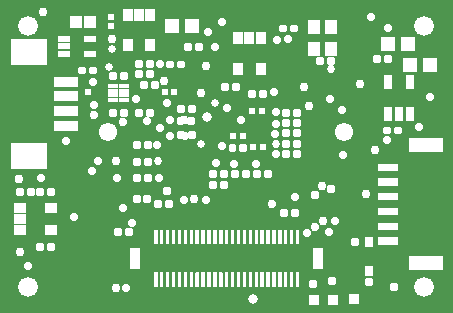
<source format=gbr>
G04 EAGLE Gerber RS-274X export*
G75*
%MOMM*%
%FSLAX34Y34*%
%LPD*%
%INSoldermask Top*%
%IPNEG*%
%AMOC8*
5,1,8,0,0,1.08239X$1,22.5*%
G01*
%ADD10C,0.777500*%
%ADD11C,0.803212*%
%ADD12C,0.782463*%
%ADD13C,0.773763*%
%ADD14C,0.784525*%
%ADD15C,0.755194*%
%ADD16C,0.779163*%
%ADD17C,0.764113*%
%ADD18C,0.772506*%
%ADD19C,0.736600*%
%ADD20C,0.747031*%
%ADD21C,0.747463*%
%ADD22C,0.731325*%
%ADD23C,0.738344*%
%ADD24C,0.715269*%
%ADD25C,0.718419*%
%ADD26C,0.713006*%
%ADD27C,0.740525*%
%ADD28C,0.757750*%
%ADD29C,0.762000*%
%ADD30C,0.768738*%
%ADD31C,0.777088*%
%ADD32C,0.739656*%
%ADD33C,0.697456*%
%ADD34C,0.802013*%
%ADD35C,0.727344*%
%ADD36C,0.711650*%
%ADD37C,0.690019*%
%ADD38C,0.765800*%
%ADD39C,0.762419*%
%ADD40C,0.686269*%
%ADD41C,0.737038*%
%ADD42C,0.743569*%
%ADD43C,0.752200*%
%ADD44C,0.733088*%
%ADD45C,0.702525*%
%ADD46C,0.677756*%
%ADD47C,0.718869*%
%ADD48C,0.642569*%
%ADD49C,0.618525*%
%ADD50C,0.651050*%
%ADD51C,0.722894*%
%ADD52C,0.717069*%
%ADD53R,1.002400X1.052400*%
%ADD54C,0.404487*%
%ADD55R,2.852400X1.152400*%
%ADD56R,2.152400X0.952400*%
%ADD57R,3.152400X2.252400*%
%ADD58C,1.676400*%
%ADD59R,1.102400X1.202400*%
%ADD60R,1.252400X1.152400*%
%ADD61C,1.552400*%
%ADD62R,0.852400X0.352400*%
%ADD63R,1.052400X0.552400*%
%ADD64R,0.752400X1.202400*%
%ADD65R,0.842400X1.142400*%
%ADD66R,0.752400X0.952400*%
%ADD67R,1.142400X0.842400*%
%ADD68R,0.502400X0.552400*%
%ADD69R,0.552400X0.502400*%
%ADD70R,0.952400X0.952400*%

G36*
X-72845Y-115930D02*
X-72845Y-115930D01*
X-72850Y-115922D01*
X-72843Y-115916D01*
X-72843Y-97916D01*
X-72879Y-97869D01*
X-72886Y-97875D01*
X-72892Y-97867D01*
X-80992Y-97867D01*
X-81039Y-97903D01*
X-81034Y-97910D01*
X-81041Y-97916D01*
X-81041Y-115916D01*
X-81005Y-115964D01*
X-80998Y-115958D01*
X-80992Y-115965D01*
X-72892Y-115965D01*
X-72845Y-115930D01*
G37*
G36*
X82055Y-115930D02*
X82055Y-115930D01*
X82050Y-115922D01*
X82057Y-115916D01*
X82057Y-97916D01*
X82021Y-97869D01*
X82014Y-97875D01*
X82008Y-97867D01*
X74008Y-97867D01*
X73961Y-97903D01*
X73966Y-97910D01*
X73959Y-97916D01*
X73959Y-115916D01*
X73995Y-115964D01*
X74002Y-115958D01*
X74008Y-115965D01*
X82008Y-115965D01*
X82055Y-115930D01*
G37*
G36*
X145511Y-32757D02*
X145511Y-32757D01*
X145506Y-32750D01*
X145513Y-32744D01*
X145513Y-26744D01*
X145477Y-26697D01*
X145470Y-26702D01*
X145464Y-26695D01*
X128364Y-26695D01*
X128317Y-26731D01*
X128322Y-26738D01*
X128315Y-26744D01*
X128315Y-32744D01*
X128351Y-32791D01*
X128358Y-32786D01*
X128364Y-32793D01*
X145464Y-32793D01*
X145511Y-32757D01*
G37*
G36*
X145511Y-45257D02*
X145511Y-45257D01*
X145506Y-45250D01*
X145513Y-45244D01*
X145513Y-39244D01*
X145477Y-39197D01*
X145470Y-39202D01*
X145464Y-39195D01*
X128364Y-39195D01*
X128317Y-39231D01*
X128322Y-39238D01*
X128315Y-39244D01*
X128315Y-45244D01*
X128351Y-45291D01*
X128358Y-45286D01*
X128364Y-45293D01*
X145464Y-45293D01*
X145511Y-45257D01*
G37*
G36*
X145611Y-57757D02*
X145611Y-57757D01*
X145606Y-57750D01*
X145613Y-57744D01*
X145613Y-51744D01*
X145577Y-51697D01*
X145570Y-51702D01*
X145564Y-51695D01*
X128464Y-51695D01*
X128417Y-51731D01*
X128422Y-51738D01*
X128415Y-51744D01*
X128415Y-57744D01*
X128451Y-57791D01*
X128458Y-57786D01*
X128464Y-57793D01*
X145564Y-57793D01*
X145611Y-57757D01*
G37*
G36*
X145611Y-70257D02*
X145611Y-70257D01*
X145606Y-70250D01*
X145613Y-70244D01*
X145613Y-64244D01*
X145577Y-64197D01*
X145570Y-64202D01*
X145564Y-64195D01*
X128464Y-64195D01*
X128417Y-64231D01*
X128422Y-64238D01*
X128415Y-64244D01*
X128415Y-70244D01*
X128451Y-70291D01*
X128458Y-70286D01*
X128464Y-70293D01*
X145564Y-70293D01*
X145611Y-70257D01*
G37*
G36*
X145611Y-82757D02*
X145611Y-82757D01*
X145606Y-82750D01*
X145613Y-82744D01*
X145613Y-76744D01*
X145577Y-76697D01*
X145570Y-76702D01*
X145564Y-76695D01*
X128464Y-76695D01*
X128417Y-76731D01*
X128422Y-76738D01*
X128415Y-76744D01*
X128415Y-82744D01*
X128451Y-82791D01*
X128458Y-82786D01*
X128464Y-82793D01*
X145564Y-82793D01*
X145611Y-82757D01*
G37*
G36*
X145611Y-95257D02*
X145611Y-95257D01*
X145606Y-95250D01*
X145613Y-95244D01*
X145613Y-89244D01*
X145577Y-89197D01*
X145570Y-89202D01*
X145564Y-89195D01*
X128464Y-89195D01*
X128417Y-89231D01*
X128422Y-89238D01*
X128415Y-89244D01*
X128415Y-95244D01*
X128451Y-95291D01*
X128458Y-95286D01*
X128464Y-95293D01*
X145564Y-95293D01*
X145611Y-95257D01*
G37*
G36*
X-13045Y-95030D02*
X-13045Y-95030D01*
X-13050Y-95022D01*
X-13043Y-95016D01*
X-13043Y-83016D01*
X-13079Y-82969D01*
X-13086Y-82975D01*
X-13092Y-82967D01*
X-15892Y-82967D01*
X-15939Y-83003D01*
X-15934Y-83010D01*
X-15941Y-83016D01*
X-15941Y-95016D01*
X-15905Y-95064D01*
X-15898Y-95058D01*
X-15892Y-95065D01*
X-13092Y-95065D01*
X-13045Y-95030D01*
G37*
G36*
X46955Y-95030D02*
X46955Y-95030D01*
X46950Y-95022D01*
X46957Y-95016D01*
X46957Y-83016D01*
X46921Y-82969D01*
X46914Y-82975D01*
X46908Y-82967D01*
X44108Y-82967D01*
X44061Y-83003D01*
X44066Y-83010D01*
X44059Y-83016D01*
X44059Y-95016D01*
X44095Y-95064D01*
X44102Y-95058D01*
X44108Y-95065D01*
X46908Y-95065D01*
X46955Y-95030D01*
G37*
G36*
X-3045Y-95030D02*
X-3045Y-95030D01*
X-3050Y-95022D01*
X-3043Y-95016D01*
X-3043Y-83016D01*
X-3079Y-82969D01*
X-3086Y-82975D01*
X-3092Y-82967D01*
X-5892Y-82967D01*
X-5939Y-83003D01*
X-5934Y-83010D01*
X-5941Y-83016D01*
X-5941Y-95016D01*
X-5905Y-95064D01*
X-5898Y-95058D01*
X-5892Y-95065D01*
X-3092Y-95065D01*
X-3045Y-95030D01*
G37*
G36*
X1955Y-95030D02*
X1955Y-95030D01*
X1950Y-95022D01*
X1957Y-95016D01*
X1957Y-83016D01*
X1921Y-82969D01*
X1914Y-82975D01*
X1908Y-82967D01*
X-892Y-82967D01*
X-939Y-83003D01*
X-934Y-83010D01*
X-941Y-83016D01*
X-941Y-95016D01*
X-905Y-95064D01*
X-898Y-95058D01*
X-892Y-95065D01*
X1908Y-95065D01*
X1955Y-95030D01*
G37*
G36*
X-23045Y-95030D02*
X-23045Y-95030D01*
X-23050Y-95022D01*
X-23043Y-95016D01*
X-23043Y-83016D01*
X-23079Y-82969D01*
X-23086Y-82975D01*
X-23092Y-82967D01*
X-25892Y-82967D01*
X-25939Y-83003D01*
X-25934Y-83010D01*
X-25941Y-83016D01*
X-25941Y-95016D01*
X-25905Y-95064D01*
X-25898Y-95058D01*
X-25892Y-95065D01*
X-23092Y-95065D01*
X-23045Y-95030D01*
G37*
G36*
X21955Y-95030D02*
X21955Y-95030D01*
X21950Y-95022D01*
X21957Y-95016D01*
X21957Y-83016D01*
X21921Y-82969D01*
X21914Y-82975D01*
X21908Y-82967D01*
X19108Y-82967D01*
X19061Y-83003D01*
X19066Y-83010D01*
X19059Y-83016D01*
X19059Y-95016D01*
X19095Y-95064D01*
X19102Y-95058D01*
X19108Y-95065D01*
X21908Y-95065D01*
X21955Y-95030D01*
G37*
G36*
X-58045Y-95030D02*
X-58045Y-95030D01*
X-58050Y-95022D01*
X-58043Y-95016D01*
X-58043Y-83016D01*
X-58079Y-82969D01*
X-58086Y-82975D01*
X-58092Y-82967D01*
X-60892Y-82967D01*
X-60939Y-83003D01*
X-60934Y-83010D01*
X-60941Y-83016D01*
X-60941Y-95016D01*
X-60905Y-95064D01*
X-60898Y-95058D01*
X-60892Y-95065D01*
X-58092Y-95065D01*
X-58045Y-95030D01*
G37*
G36*
X-33045Y-95030D02*
X-33045Y-95030D01*
X-33050Y-95022D01*
X-33043Y-95016D01*
X-33043Y-83016D01*
X-33079Y-82969D01*
X-33086Y-82975D01*
X-33092Y-82967D01*
X-35892Y-82967D01*
X-35939Y-83003D01*
X-35934Y-83010D01*
X-35941Y-83016D01*
X-35941Y-95016D01*
X-35905Y-95064D01*
X-35898Y-95058D01*
X-35892Y-95065D01*
X-33092Y-95065D01*
X-33045Y-95030D01*
G37*
G36*
X56955Y-95030D02*
X56955Y-95030D01*
X56950Y-95022D01*
X56957Y-95016D01*
X56957Y-83016D01*
X56921Y-82969D01*
X56914Y-82975D01*
X56908Y-82967D01*
X54108Y-82967D01*
X54061Y-83003D01*
X54066Y-83010D01*
X54059Y-83016D01*
X54059Y-95016D01*
X54095Y-95064D01*
X54102Y-95058D01*
X54108Y-95065D01*
X56908Y-95065D01*
X56955Y-95030D01*
G37*
G36*
X51955Y-95030D02*
X51955Y-95030D01*
X51950Y-95022D01*
X51957Y-95016D01*
X51957Y-83016D01*
X51921Y-82969D01*
X51914Y-82975D01*
X51908Y-82967D01*
X49108Y-82967D01*
X49061Y-83003D01*
X49066Y-83010D01*
X49059Y-83016D01*
X49059Y-95016D01*
X49095Y-95064D01*
X49102Y-95058D01*
X49108Y-95065D01*
X51908Y-95065D01*
X51955Y-95030D01*
G37*
G36*
X6955Y-95030D02*
X6955Y-95030D01*
X6950Y-95022D01*
X6957Y-95016D01*
X6957Y-83016D01*
X6921Y-82969D01*
X6914Y-82975D01*
X6908Y-82967D01*
X4108Y-82967D01*
X4061Y-83003D01*
X4066Y-83010D01*
X4059Y-83016D01*
X4059Y-95016D01*
X4095Y-95064D01*
X4102Y-95058D01*
X4108Y-95065D01*
X6908Y-95065D01*
X6955Y-95030D01*
G37*
G36*
X-53045Y-95030D02*
X-53045Y-95030D01*
X-53050Y-95022D01*
X-53043Y-95016D01*
X-53043Y-83016D01*
X-53079Y-82969D01*
X-53086Y-82975D01*
X-53092Y-82967D01*
X-55892Y-82967D01*
X-55939Y-83003D01*
X-55934Y-83010D01*
X-55941Y-83016D01*
X-55941Y-95016D01*
X-55905Y-95064D01*
X-55898Y-95058D01*
X-55892Y-95065D01*
X-53092Y-95065D01*
X-53045Y-95030D01*
G37*
G36*
X-48045Y-95030D02*
X-48045Y-95030D01*
X-48050Y-95022D01*
X-48043Y-95016D01*
X-48043Y-83016D01*
X-48079Y-82969D01*
X-48086Y-82975D01*
X-48092Y-82967D01*
X-50892Y-82967D01*
X-50939Y-83003D01*
X-50934Y-83010D01*
X-50941Y-83016D01*
X-50941Y-95016D01*
X-50905Y-95064D01*
X-50898Y-95058D01*
X-50892Y-95065D01*
X-48092Y-95065D01*
X-48045Y-95030D01*
G37*
G36*
X-28045Y-95030D02*
X-28045Y-95030D01*
X-28050Y-95022D01*
X-28043Y-95016D01*
X-28043Y-83016D01*
X-28079Y-82969D01*
X-28086Y-82975D01*
X-28092Y-82967D01*
X-30892Y-82967D01*
X-30939Y-83003D01*
X-30934Y-83010D01*
X-30941Y-83016D01*
X-30941Y-95016D01*
X-30905Y-95064D01*
X-30898Y-95058D01*
X-30892Y-95065D01*
X-28092Y-95065D01*
X-28045Y-95030D01*
G37*
G36*
X31955Y-95030D02*
X31955Y-95030D01*
X31950Y-95022D01*
X31957Y-95016D01*
X31957Y-83016D01*
X31921Y-82969D01*
X31914Y-82975D01*
X31908Y-82967D01*
X29108Y-82967D01*
X29061Y-83003D01*
X29066Y-83010D01*
X29059Y-83016D01*
X29059Y-95016D01*
X29095Y-95064D01*
X29102Y-95058D01*
X29108Y-95065D01*
X31908Y-95065D01*
X31955Y-95030D01*
G37*
G36*
X-38045Y-95030D02*
X-38045Y-95030D01*
X-38050Y-95022D01*
X-38043Y-95016D01*
X-38043Y-83016D01*
X-38079Y-82969D01*
X-38086Y-82975D01*
X-38092Y-82967D01*
X-40892Y-82967D01*
X-40939Y-83003D01*
X-40934Y-83010D01*
X-40941Y-83016D01*
X-40941Y-95016D01*
X-40905Y-95064D01*
X-40898Y-95058D01*
X-40892Y-95065D01*
X-38092Y-95065D01*
X-38045Y-95030D01*
G37*
G36*
X-8045Y-95030D02*
X-8045Y-95030D01*
X-8050Y-95022D01*
X-8043Y-95016D01*
X-8043Y-83016D01*
X-8079Y-82969D01*
X-8086Y-82975D01*
X-8092Y-82967D01*
X-10892Y-82967D01*
X-10939Y-83003D01*
X-10934Y-83010D01*
X-10941Y-83016D01*
X-10941Y-95016D01*
X-10905Y-95064D01*
X-10898Y-95058D01*
X-10892Y-95065D01*
X-8092Y-95065D01*
X-8045Y-95030D01*
G37*
G36*
X11955Y-95030D02*
X11955Y-95030D01*
X11950Y-95022D01*
X11957Y-95016D01*
X11957Y-83016D01*
X11921Y-82969D01*
X11914Y-82975D01*
X11908Y-82967D01*
X9108Y-82967D01*
X9061Y-83003D01*
X9066Y-83010D01*
X9059Y-83016D01*
X9059Y-95016D01*
X9095Y-95064D01*
X9102Y-95058D01*
X9108Y-95065D01*
X11908Y-95065D01*
X11955Y-95030D01*
G37*
G36*
X26955Y-95030D02*
X26955Y-95030D01*
X26950Y-95022D01*
X26957Y-95016D01*
X26957Y-83016D01*
X26921Y-82969D01*
X26914Y-82975D01*
X26908Y-82967D01*
X24108Y-82967D01*
X24061Y-83003D01*
X24066Y-83010D01*
X24059Y-83016D01*
X24059Y-95016D01*
X24095Y-95064D01*
X24102Y-95058D01*
X24108Y-95065D01*
X26908Y-95065D01*
X26955Y-95030D01*
G37*
G36*
X-43045Y-95030D02*
X-43045Y-95030D01*
X-43050Y-95022D01*
X-43043Y-95016D01*
X-43043Y-83016D01*
X-43079Y-82969D01*
X-43086Y-82975D01*
X-43092Y-82967D01*
X-45892Y-82967D01*
X-45939Y-83003D01*
X-45934Y-83010D01*
X-45941Y-83016D01*
X-45941Y-95016D01*
X-45905Y-95064D01*
X-45898Y-95058D01*
X-45892Y-95065D01*
X-43092Y-95065D01*
X-43045Y-95030D01*
G37*
G36*
X-18045Y-95030D02*
X-18045Y-95030D01*
X-18050Y-95022D01*
X-18043Y-95016D01*
X-18043Y-83016D01*
X-18079Y-82969D01*
X-18086Y-82975D01*
X-18092Y-82967D01*
X-20892Y-82967D01*
X-20939Y-83003D01*
X-20934Y-83010D01*
X-20941Y-83016D01*
X-20941Y-95016D01*
X-20905Y-95064D01*
X-20898Y-95058D01*
X-20892Y-95065D01*
X-18092Y-95065D01*
X-18045Y-95030D01*
G37*
G36*
X41955Y-95030D02*
X41955Y-95030D01*
X41950Y-95022D01*
X41957Y-95016D01*
X41957Y-83016D01*
X41921Y-82969D01*
X41914Y-82975D01*
X41908Y-82967D01*
X39108Y-82967D01*
X39061Y-83003D01*
X39066Y-83010D01*
X39059Y-83016D01*
X39059Y-95016D01*
X39095Y-95064D01*
X39102Y-95058D01*
X39108Y-95065D01*
X41908Y-95065D01*
X41955Y-95030D01*
G37*
G36*
X61955Y-94930D02*
X61955Y-94930D01*
X61950Y-94922D01*
X61957Y-94916D01*
X61957Y-82916D01*
X61921Y-82869D01*
X61914Y-82875D01*
X61908Y-82867D01*
X59108Y-82867D01*
X59061Y-82903D01*
X59066Y-82910D01*
X59059Y-82916D01*
X59059Y-94916D01*
X59095Y-94964D01*
X59102Y-94958D01*
X59108Y-94965D01*
X61908Y-94965D01*
X61955Y-94930D01*
G37*
G36*
X16955Y-95030D02*
X16955Y-95030D01*
X16950Y-95022D01*
X16957Y-95016D01*
X16957Y-83016D01*
X16921Y-82969D01*
X16914Y-82975D01*
X16908Y-82967D01*
X14108Y-82967D01*
X14061Y-83003D01*
X14066Y-83010D01*
X14059Y-83016D01*
X14059Y-95016D01*
X14095Y-95064D01*
X14102Y-95058D01*
X14108Y-95065D01*
X16908Y-95065D01*
X16955Y-95030D01*
G37*
G36*
X36955Y-95030D02*
X36955Y-95030D01*
X36950Y-95022D01*
X36957Y-95016D01*
X36957Y-83016D01*
X36921Y-82969D01*
X36914Y-82975D01*
X36908Y-82967D01*
X34108Y-82967D01*
X34061Y-83003D01*
X34066Y-83010D01*
X34059Y-83016D01*
X34059Y-95016D01*
X34095Y-95064D01*
X34102Y-95058D01*
X34108Y-95065D01*
X36908Y-95065D01*
X36955Y-95030D01*
G37*
G36*
X-43045Y-130930D02*
X-43045Y-130930D01*
X-43050Y-130922D01*
X-43043Y-130916D01*
X-43043Y-118916D01*
X-43079Y-118869D01*
X-43086Y-118875D01*
X-43092Y-118867D01*
X-45892Y-118867D01*
X-45939Y-118903D01*
X-45934Y-118910D01*
X-45941Y-118916D01*
X-45941Y-130916D01*
X-45905Y-130964D01*
X-45898Y-130958D01*
X-45892Y-130965D01*
X-43092Y-130965D01*
X-43045Y-130930D01*
G37*
G36*
X-8045Y-130930D02*
X-8045Y-130930D01*
X-8050Y-130922D01*
X-8043Y-130916D01*
X-8043Y-118916D01*
X-8079Y-118869D01*
X-8086Y-118875D01*
X-8092Y-118867D01*
X-10892Y-118867D01*
X-10939Y-118903D01*
X-10934Y-118910D01*
X-10941Y-118916D01*
X-10941Y-130916D01*
X-10905Y-130964D01*
X-10898Y-130958D01*
X-10892Y-130965D01*
X-8092Y-130965D01*
X-8045Y-130930D01*
G37*
G36*
X46955Y-130930D02*
X46955Y-130930D01*
X46950Y-130922D01*
X46957Y-130916D01*
X46957Y-118916D01*
X46921Y-118869D01*
X46914Y-118875D01*
X46908Y-118867D01*
X44108Y-118867D01*
X44061Y-118903D01*
X44066Y-118910D01*
X44059Y-118916D01*
X44059Y-130916D01*
X44095Y-130964D01*
X44102Y-130958D01*
X44108Y-130965D01*
X46908Y-130965D01*
X46955Y-130930D01*
G37*
G36*
X-33045Y-130930D02*
X-33045Y-130930D01*
X-33050Y-130922D01*
X-33043Y-130916D01*
X-33043Y-118916D01*
X-33079Y-118869D01*
X-33086Y-118875D01*
X-33092Y-118867D01*
X-35892Y-118867D01*
X-35939Y-118903D01*
X-35934Y-118910D01*
X-35941Y-118916D01*
X-35941Y-130916D01*
X-35905Y-130964D01*
X-35898Y-130958D01*
X-35892Y-130965D01*
X-33092Y-130965D01*
X-33045Y-130930D01*
G37*
G36*
X-58045Y-130930D02*
X-58045Y-130930D01*
X-58050Y-130922D01*
X-58043Y-130916D01*
X-58043Y-118916D01*
X-58079Y-118869D01*
X-58086Y-118875D01*
X-58092Y-118867D01*
X-60892Y-118867D01*
X-60939Y-118903D01*
X-60934Y-118910D01*
X-60941Y-118916D01*
X-60941Y-130916D01*
X-60905Y-130964D01*
X-60898Y-130958D01*
X-60892Y-130965D01*
X-58092Y-130965D01*
X-58045Y-130930D01*
G37*
G36*
X16955Y-130930D02*
X16955Y-130930D01*
X16950Y-130922D01*
X16957Y-130916D01*
X16957Y-118916D01*
X16921Y-118869D01*
X16914Y-118875D01*
X16908Y-118867D01*
X14108Y-118867D01*
X14061Y-118903D01*
X14066Y-118910D01*
X14059Y-118916D01*
X14059Y-130916D01*
X14095Y-130964D01*
X14102Y-130958D01*
X14108Y-130965D01*
X16908Y-130965D01*
X16955Y-130930D01*
G37*
G36*
X51955Y-130930D02*
X51955Y-130930D01*
X51950Y-130922D01*
X51957Y-130916D01*
X51957Y-118916D01*
X51921Y-118869D01*
X51914Y-118875D01*
X51908Y-118867D01*
X49108Y-118867D01*
X49061Y-118903D01*
X49066Y-118910D01*
X49059Y-118916D01*
X49059Y-130916D01*
X49095Y-130964D01*
X49102Y-130958D01*
X49108Y-130965D01*
X51908Y-130965D01*
X51955Y-130930D01*
G37*
G36*
X21955Y-130930D02*
X21955Y-130930D01*
X21950Y-130922D01*
X21957Y-130916D01*
X21957Y-118916D01*
X21921Y-118869D01*
X21914Y-118875D01*
X21908Y-118867D01*
X19108Y-118867D01*
X19061Y-118903D01*
X19066Y-118910D01*
X19059Y-118916D01*
X19059Y-130916D01*
X19095Y-130964D01*
X19102Y-130958D01*
X19108Y-130965D01*
X21908Y-130965D01*
X21955Y-130930D01*
G37*
G36*
X-28045Y-130930D02*
X-28045Y-130930D01*
X-28050Y-130922D01*
X-28043Y-130916D01*
X-28043Y-118916D01*
X-28079Y-118869D01*
X-28086Y-118875D01*
X-28092Y-118867D01*
X-30892Y-118867D01*
X-30939Y-118903D01*
X-30934Y-118910D01*
X-30941Y-118916D01*
X-30941Y-130916D01*
X-30905Y-130964D01*
X-30898Y-130958D01*
X-30892Y-130965D01*
X-28092Y-130965D01*
X-28045Y-130930D01*
G37*
G36*
X1955Y-130930D02*
X1955Y-130930D01*
X1950Y-130922D01*
X1957Y-130916D01*
X1957Y-118916D01*
X1921Y-118869D01*
X1914Y-118875D01*
X1908Y-118867D01*
X-892Y-118867D01*
X-939Y-118903D01*
X-934Y-118910D01*
X-941Y-118916D01*
X-941Y-130916D01*
X-905Y-130964D01*
X-898Y-130958D01*
X-892Y-130965D01*
X1908Y-130965D01*
X1955Y-130930D01*
G37*
G36*
X-3045Y-130930D02*
X-3045Y-130930D01*
X-3050Y-130922D01*
X-3043Y-130916D01*
X-3043Y-118916D01*
X-3079Y-118869D01*
X-3086Y-118875D01*
X-3092Y-118867D01*
X-5892Y-118867D01*
X-5939Y-118903D01*
X-5934Y-118910D01*
X-5941Y-118916D01*
X-5941Y-130916D01*
X-5905Y-130964D01*
X-5898Y-130958D01*
X-5892Y-130965D01*
X-3092Y-130965D01*
X-3045Y-130930D01*
G37*
G36*
X56955Y-130930D02*
X56955Y-130930D01*
X56950Y-130922D01*
X56957Y-130916D01*
X56957Y-118916D01*
X56921Y-118869D01*
X56914Y-118875D01*
X56908Y-118867D01*
X54108Y-118867D01*
X54061Y-118903D01*
X54066Y-118910D01*
X54059Y-118916D01*
X54059Y-130916D01*
X54095Y-130964D01*
X54102Y-130958D01*
X54108Y-130965D01*
X56908Y-130965D01*
X56955Y-130930D01*
G37*
G36*
X-18045Y-130930D02*
X-18045Y-130930D01*
X-18050Y-130922D01*
X-18043Y-130916D01*
X-18043Y-118916D01*
X-18079Y-118869D01*
X-18086Y-118875D01*
X-18092Y-118867D01*
X-20892Y-118867D01*
X-20939Y-118903D01*
X-20934Y-118910D01*
X-20941Y-118916D01*
X-20941Y-130916D01*
X-20905Y-130964D01*
X-20898Y-130958D01*
X-20892Y-130965D01*
X-18092Y-130965D01*
X-18045Y-130930D01*
G37*
G36*
X-53045Y-130930D02*
X-53045Y-130930D01*
X-53050Y-130922D01*
X-53043Y-130916D01*
X-53043Y-118916D01*
X-53079Y-118869D01*
X-53086Y-118875D01*
X-53092Y-118867D01*
X-55892Y-118867D01*
X-55939Y-118903D01*
X-55934Y-118910D01*
X-55941Y-118916D01*
X-55941Y-130916D01*
X-55905Y-130964D01*
X-55898Y-130958D01*
X-55892Y-130965D01*
X-53092Y-130965D01*
X-53045Y-130930D01*
G37*
G36*
X41955Y-130930D02*
X41955Y-130930D01*
X41950Y-130922D01*
X41957Y-130916D01*
X41957Y-118916D01*
X41921Y-118869D01*
X41914Y-118875D01*
X41908Y-118867D01*
X39108Y-118867D01*
X39061Y-118903D01*
X39066Y-118910D01*
X39059Y-118916D01*
X39059Y-130916D01*
X39095Y-130964D01*
X39102Y-130958D01*
X39108Y-130965D01*
X41908Y-130965D01*
X41955Y-130930D01*
G37*
G36*
X-38045Y-130930D02*
X-38045Y-130930D01*
X-38050Y-130922D01*
X-38043Y-130916D01*
X-38043Y-118916D01*
X-38079Y-118869D01*
X-38086Y-118875D01*
X-38092Y-118867D01*
X-40892Y-118867D01*
X-40939Y-118903D01*
X-40934Y-118910D01*
X-40941Y-118916D01*
X-40941Y-130916D01*
X-40905Y-130964D01*
X-40898Y-130958D01*
X-40892Y-130965D01*
X-38092Y-130965D01*
X-38045Y-130930D01*
G37*
G36*
X-23045Y-130930D02*
X-23045Y-130930D01*
X-23050Y-130922D01*
X-23043Y-130916D01*
X-23043Y-118916D01*
X-23079Y-118869D01*
X-23086Y-118875D01*
X-23092Y-118867D01*
X-25892Y-118867D01*
X-25939Y-118903D01*
X-25934Y-118910D01*
X-25941Y-118916D01*
X-25941Y-130916D01*
X-25905Y-130964D01*
X-25898Y-130958D01*
X-25892Y-130965D01*
X-23092Y-130965D01*
X-23045Y-130930D01*
G37*
G36*
X11955Y-130930D02*
X11955Y-130930D01*
X11950Y-130922D01*
X11957Y-130916D01*
X11957Y-118916D01*
X11921Y-118869D01*
X11914Y-118875D01*
X11908Y-118867D01*
X9108Y-118867D01*
X9061Y-118903D01*
X9066Y-118910D01*
X9059Y-118916D01*
X9059Y-130916D01*
X9095Y-130964D01*
X9102Y-130958D01*
X9108Y-130965D01*
X11908Y-130965D01*
X11955Y-130930D01*
G37*
G36*
X31955Y-130930D02*
X31955Y-130930D01*
X31950Y-130922D01*
X31957Y-130916D01*
X31957Y-118916D01*
X31921Y-118869D01*
X31914Y-118875D01*
X31908Y-118867D01*
X29108Y-118867D01*
X29061Y-118903D01*
X29066Y-118910D01*
X29059Y-118916D01*
X29059Y-130916D01*
X29095Y-130964D01*
X29102Y-130958D01*
X29108Y-130965D01*
X31908Y-130965D01*
X31955Y-130930D01*
G37*
G36*
X-13045Y-130930D02*
X-13045Y-130930D01*
X-13050Y-130922D01*
X-13043Y-130916D01*
X-13043Y-118916D01*
X-13079Y-118869D01*
X-13086Y-118875D01*
X-13092Y-118867D01*
X-15892Y-118867D01*
X-15939Y-118903D01*
X-15934Y-118910D01*
X-15941Y-118916D01*
X-15941Y-130916D01*
X-15905Y-130964D01*
X-15898Y-130958D01*
X-15892Y-130965D01*
X-13092Y-130965D01*
X-13045Y-130930D01*
G37*
G36*
X36955Y-130930D02*
X36955Y-130930D01*
X36950Y-130922D01*
X36957Y-130916D01*
X36957Y-118916D01*
X36921Y-118869D01*
X36914Y-118875D01*
X36908Y-118867D01*
X34108Y-118867D01*
X34061Y-118903D01*
X34066Y-118910D01*
X34059Y-118916D01*
X34059Y-130916D01*
X34095Y-130964D01*
X34102Y-130958D01*
X34108Y-130965D01*
X36908Y-130965D01*
X36955Y-130930D01*
G37*
G36*
X26955Y-130930D02*
X26955Y-130930D01*
X26950Y-130922D01*
X26957Y-130916D01*
X26957Y-118916D01*
X26921Y-118869D01*
X26914Y-118875D01*
X26908Y-118867D01*
X24108Y-118867D01*
X24061Y-118903D01*
X24066Y-118910D01*
X24059Y-118916D01*
X24059Y-130916D01*
X24095Y-130964D01*
X24102Y-130958D01*
X24108Y-130965D01*
X26908Y-130965D01*
X26955Y-130930D01*
G37*
G36*
X61955Y-130930D02*
X61955Y-130930D01*
X61950Y-130922D01*
X61957Y-130916D01*
X61957Y-118916D01*
X61921Y-118869D01*
X61914Y-118875D01*
X61908Y-118867D01*
X59108Y-118867D01*
X59061Y-118903D01*
X59066Y-118910D01*
X59059Y-118916D01*
X59059Y-130916D01*
X59095Y-130964D01*
X59102Y-130958D01*
X59108Y-130965D01*
X61908Y-130965D01*
X61955Y-130930D01*
G37*
G36*
X-48045Y-130930D02*
X-48045Y-130930D01*
X-48050Y-130922D01*
X-48043Y-130916D01*
X-48043Y-118916D01*
X-48079Y-118869D01*
X-48086Y-118875D01*
X-48092Y-118867D01*
X-50892Y-118867D01*
X-50939Y-118903D01*
X-50934Y-118910D01*
X-50941Y-118916D01*
X-50941Y-130916D01*
X-50905Y-130964D01*
X-50898Y-130958D01*
X-50892Y-130965D01*
X-48092Y-130965D01*
X-48045Y-130930D01*
G37*
G36*
X6955Y-130930D02*
X6955Y-130930D01*
X6950Y-130922D01*
X6957Y-130916D01*
X6957Y-118916D01*
X6921Y-118869D01*
X6914Y-118875D01*
X6908Y-118867D01*
X4108Y-118867D01*
X4061Y-118903D01*
X4066Y-118910D01*
X4059Y-118916D01*
X4059Y-130916D01*
X4095Y-130964D01*
X4102Y-130958D01*
X4108Y-130965D01*
X6908Y-130965D01*
X6955Y-130930D01*
G37*
D10*
X73787Y-128905D03*
D11*
X23114Y-141351D03*
D12*
X89916Y-125730D03*
D13*
X120650Y-127127D03*
D14*
X109474Y-92710D03*
D15*
X118110Y-52832D03*
D16*
X88900Y-48006D03*
D17*
X80899Y-45720D03*
D18*
X75311Y-53086D03*
D19*
X68580Y-85471D03*
D20*
X75311Y-80264D03*
D21*
X81661Y-75184D03*
D22*
X91821Y-75565D03*
X87376Y-84709D03*
D20*
X38445Y-60979D03*
D23*
X25563Y-26696D03*
D24*
X-17272Y-57277D03*
D21*
X-27178Y-57023D03*
D25*
X-35306Y-57277D03*
D24*
X-47170Y-3349D03*
D25*
X-92456Y-38862D03*
D21*
X-92837Y-24765D03*
D26*
X-108458Y-24892D03*
D27*
X-113284Y-33274D03*
D19*
X-87376Y-64516D03*
D26*
X-84963Y-132334D03*
D28*
X-92964Y-132080D03*
D29*
X-174879Y-101473D03*
D23*
X-128778Y-71628D03*
D27*
X-156464Y-39116D03*
D30*
X-175006Y-40005D03*
D31*
X-49784Y-50292D03*
D32*
X-57150Y-38989D03*
D33*
X-57404Y-24384D03*
D32*
X-58166Y-11049D03*
D24*
X-34798Y-2921D03*
D17*
X-35306Y10414D03*
D34*
X-15858Y12841D03*
D22*
X-3538Y-11705D03*
D35*
X-8636Y-26416D03*
D36*
X6604Y-26924D03*
D25*
X41891Y-18905D03*
D37*
X41946Y-10269D03*
D32*
X41710Y-1452D03*
D22*
X41837Y7202D03*
D26*
X42236Y16764D03*
D19*
X12772Y9870D03*
D38*
X125836Y-15177D03*
D21*
X70231Y22352D03*
D26*
X88138Y27940D03*
D39*
X113030Y41021D03*
D27*
X136271Y-6350D03*
D39*
X66185Y38209D03*
D40*
X88773Y53340D03*
D41*
X136779Y88392D03*
D35*
X43180Y78232D03*
D42*
X1124Y20536D03*
D43*
X-16764Y56134D03*
D44*
X-15113Y84709D03*
D19*
X-56007Y57785D03*
D39*
X-52705Y43561D03*
D27*
X-76581Y28194D03*
D20*
X-112141Y14097D03*
D45*
X-66929Y9017D03*
D23*
X-111887Y22606D03*
D24*
X-113030Y42291D03*
D29*
X-96774Y78994D03*
D27*
X-79375Y-76962D03*
D46*
X-8999Y24527D03*
D47*
X-9652Y72390D03*
D48*
X-21627Y-10229D03*
D49*
X-116840Y34290D03*
D50*
X-99060Y55372D03*
D51*
X57948Y-54959D03*
D52*
X163068Y4445D03*
D46*
X-96520Y70104D03*
D24*
X-47170Y10081D03*
X-50073Y24419D03*
X-55878Y3185D03*
D29*
X-154940Y101600D03*
D27*
X-135890Y-7620D03*
D23*
X-167640Y-113030D03*
D13*
X142240Y-130937D03*
D26*
X97790Y19050D03*
X99060Y-19050D03*
D52*
X172720Y29337D03*
D42*
X40748Y33998D03*
X52686Y78702D03*
D41*
X123063Y97790D03*
D44*
X-3683Y92837D03*
D43*
X-21336Y33020D03*
D20*
X-87503Y8763D03*
D53*
X-115612Y93218D03*
X-127212Y93218D03*
D54*
X-156547Y-98014D02*
X-159027Y-98014D01*
X-159027Y-95534D01*
X-156547Y-95534D01*
X-156547Y-98014D01*
X-149777Y-98014D02*
X-147297Y-98014D01*
X-149777Y-98014D02*
X-149777Y-95534D01*
X-147297Y-95534D01*
X-147297Y-98014D01*
X-164569Y-49306D02*
X-167049Y-49306D01*
X-164569Y-49306D02*
X-164569Y-51786D01*
X-167049Y-51786D01*
X-167049Y-49306D01*
X-173819Y-49306D02*
X-176299Y-49306D01*
X-173819Y-49306D02*
X-173819Y-51786D01*
X-176299Y-51786D01*
X-176299Y-49306D01*
X-159027Y-51786D02*
X-156547Y-51786D01*
X-159027Y-51786D02*
X-159027Y-49306D01*
X-156547Y-49306D01*
X-156547Y-51786D01*
X-149777Y-51786D02*
X-147297Y-51786D01*
X-149777Y-51786D02*
X-149777Y-49306D01*
X-147297Y-49306D01*
X-147297Y-51786D01*
X144101Y3018D02*
X146581Y3018D01*
X146581Y538D01*
X144101Y538D01*
X144101Y3018D01*
X137331Y3018D02*
X134851Y3018D01*
X137331Y3018D02*
X137331Y538D01*
X134851Y538D01*
X134851Y3018D01*
X128822Y60736D02*
X126342Y60736D01*
X126342Y63216D01*
X128822Y63216D01*
X128822Y60736D01*
X135592Y60736D02*
X138072Y60736D01*
X135592Y60736D02*
X135592Y63216D01*
X138072Y63216D01*
X138072Y60736D01*
D55*
X168964Y-110744D03*
X168964Y-11244D03*
D56*
X-135274Y42626D03*
X-135274Y30126D03*
X-135274Y17626D03*
X-135274Y5126D03*
D57*
X-166524Y67626D03*
X-166524Y-19874D03*
D58*
X-167640Y-130810D03*
X167640Y-130810D03*
X167640Y90170D03*
X-167640Y90170D03*
D59*
X74030Y88752D03*
X74030Y70252D03*
X88530Y70252D03*
X88530Y88752D03*
D60*
X-29092Y89916D03*
X-46092Y89916D03*
X153915Y74422D03*
X136915Y74422D03*
X172965Y56388D03*
X155965Y56388D03*
D61*
X100000Y-320D03*
X-100000Y-320D03*
D62*
X-95432Y31147D03*
X-86432Y31147D03*
X-95432Y35147D03*
X-95432Y39147D03*
X-86432Y27147D03*
X-86432Y35147D03*
X-86432Y39147D03*
X-95432Y27147D03*
D63*
X-114984Y79144D03*
X-114984Y66144D03*
X-136984Y79144D03*
X-136984Y72644D03*
X-136984Y66144D03*
D64*
X136931Y42456D03*
X155931Y42456D03*
X136931Y15456D03*
X146431Y15456D03*
X155931Y15456D03*
D65*
X29312Y79702D03*
X19812Y79702D03*
X10312Y79702D03*
X10312Y53802D03*
X29312Y53802D03*
X-64160Y99260D03*
X-73660Y99260D03*
X-83160Y99260D03*
X-83160Y73360D03*
X-64160Y73360D03*
D66*
X120650Y-117783D03*
X120650Y-92783D03*
D67*
X-174444Y-63906D03*
X-174444Y-73406D03*
X-174444Y-82906D03*
X-148544Y-82906D03*
X-148544Y-63906D03*
D68*
X-97282Y89726D03*
X-97282Y97726D03*
D69*
X6108Y-3337D03*
X14108Y-3337D03*
X30924Y-12954D03*
X22924Y-12954D03*
X30338Y17490D03*
X22338Y17490D03*
X-51752Y34036D03*
X-43752Y34036D03*
D70*
X74549Y-142113D03*
X108585Y-141732D03*
X90805Y-141986D03*
D54*
X58824Y-66578D02*
X56344Y-66578D01*
X58824Y-66578D02*
X58824Y-69058D01*
X56344Y-69058D01*
X56344Y-66578D01*
X49574Y-66578D02*
X47094Y-66578D01*
X49574Y-66578D02*
X49574Y-69058D01*
X47094Y-69058D01*
X47094Y-66578D01*
X-63985Y18004D02*
X-66465Y18004D01*
X-63985Y18004D02*
X-63985Y15524D01*
X-66465Y15524D01*
X-66465Y18004D01*
X-73235Y18004D02*
X-75715Y18004D01*
X-73235Y18004D02*
X-73235Y15524D01*
X-75715Y15524D01*
X-75715Y18004D01*
X-59205Y-61819D02*
X-56725Y-61819D01*
X-59205Y-61819D02*
X-59205Y-59339D01*
X-56725Y-59339D01*
X-56725Y-61819D01*
X-49955Y-61819D02*
X-47475Y-61819D01*
X-49955Y-61819D02*
X-49955Y-59339D01*
X-47475Y-59339D01*
X-47475Y-61819D01*
X12995Y-11560D02*
X15475Y-11560D01*
X15475Y-14040D01*
X12995Y-14040D01*
X12995Y-11560D01*
X6225Y-11560D02*
X3745Y-11560D01*
X6225Y-11560D02*
X6225Y-14040D01*
X3745Y-14040D01*
X3745Y-11560D01*
X58284Y18010D02*
X60764Y18010D01*
X60764Y15530D01*
X58284Y15530D01*
X58284Y18010D01*
X51514Y18010D02*
X49034Y18010D01*
X51514Y18010D02*
X51514Y15530D01*
X49034Y15530D01*
X49034Y18010D01*
X58228Y9281D02*
X60708Y9281D01*
X60708Y6801D01*
X58228Y6801D01*
X58228Y9281D01*
X51458Y9281D02*
X48978Y9281D01*
X51458Y9281D02*
X51458Y6801D01*
X48978Y6801D01*
X48978Y9281D01*
X58542Y482D02*
X61022Y482D01*
X61022Y-1998D01*
X58542Y-1998D01*
X58542Y482D01*
X51772Y482D02*
X49292Y482D01*
X51772Y482D02*
X51772Y-1998D01*
X49292Y-1998D01*
X49292Y482D01*
X58432Y-8338D02*
X60912Y-8338D01*
X60912Y-10818D01*
X58432Y-10818D01*
X58432Y-8338D01*
X51662Y-8338D02*
X49182Y-8338D01*
X51662Y-8338D02*
X51662Y-10818D01*
X49182Y-10818D01*
X49182Y-8338D01*
X58524Y-17122D02*
X61004Y-17122D01*
X61004Y-19602D01*
X58524Y-19602D01*
X58524Y-17122D01*
X51754Y-17122D02*
X49274Y-17122D01*
X51754Y-17122D02*
X51754Y-19602D01*
X49274Y-19602D01*
X49274Y-17122D01*
X-37315Y58898D02*
X-39795Y58898D01*
X-37315Y58898D02*
X-37315Y56418D01*
X-39795Y56418D01*
X-39795Y58898D01*
X-46565Y58898D02*
X-49045Y58898D01*
X-46565Y58898D02*
X-46565Y56418D01*
X-49045Y56418D01*
X-49045Y58898D01*
X-72981Y48290D02*
X-75461Y48290D01*
X-75461Y50770D01*
X-72981Y50770D01*
X-72981Y48290D01*
X-66211Y48290D02*
X-63731Y48290D01*
X-66211Y48290D02*
X-66211Y50770D01*
X-63731Y50770D01*
X-63731Y48290D01*
X-31013Y11400D02*
X-28533Y11400D01*
X-28533Y8920D01*
X-31013Y8920D01*
X-31013Y11400D01*
X-37783Y11400D02*
X-40263Y11400D01*
X-37783Y11400D02*
X-37783Y8920D01*
X-40263Y8920D01*
X-40263Y11400D01*
X-30904Y-865D02*
X-28424Y-865D01*
X-28424Y-3345D01*
X-30904Y-3345D01*
X-30904Y-865D01*
X-37674Y-865D02*
X-40154Y-865D01*
X-37674Y-865D02*
X-37674Y-3345D01*
X-40154Y-3345D01*
X-40154Y-865D01*
X-90507Y-85568D02*
X-92987Y-85568D01*
X-92987Y-83088D01*
X-90507Y-83088D01*
X-90507Y-85568D01*
X-83737Y-85568D02*
X-81257Y-85568D01*
X-83737Y-85568D02*
X-83737Y-83088D01*
X-81257Y-83088D01*
X-81257Y-85568D01*
X-85321Y18004D02*
X-87801Y18004D01*
X-85321Y18004D02*
X-85321Y15524D01*
X-87801Y15524D01*
X-87801Y18004D01*
X-94571Y18004D02*
X-97051Y18004D01*
X-94571Y18004D02*
X-94571Y15524D01*
X-97051Y15524D01*
X-97051Y18004D01*
X-88055Y49373D02*
X-85575Y49373D01*
X-85575Y46893D01*
X-88055Y46893D01*
X-88055Y49373D01*
X-94825Y49373D02*
X-97305Y49373D01*
X-94825Y49373D02*
X-94825Y46893D01*
X-97305Y46893D01*
X-97305Y49373D01*
X20551Y31526D02*
X23031Y31526D01*
X20551Y31526D02*
X20551Y34006D01*
X23031Y34006D01*
X23031Y31526D01*
X29801Y31526D02*
X32281Y31526D01*
X29801Y31526D02*
X29801Y34006D01*
X32281Y34006D01*
X32281Y31526D01*
X78209Y59466D02*
X80689Y59466D01*
X78209Y59466D02*
X78209Y61946D01*
X80689Y61946D01*
X80689Y59466D01*
X87459Y59466D02*
X89939Y59466D01*
X87459Y59466D02*
X87459Y61946D01*
X89939Y61946D01*
X89939Y59466D01*
X-121241Y51338D02*
X-123721Y51338D01*
X-123721Y53818D01*
X-121241Y53818D01*
X-121241Y51338D01*
X-114471Y51338D02*
X-111991Y51338D01*
X-114471Y51338D02*
X-114471Y53818D01*
X-111991Y53818D01*
X-111991Y51338D01*
X-75461Y56799D02*
X-72981Y56799D01*
X-75461Y56799D02*
X-75461Y59279D01*
X-72981Y59279D01*
X-72981Y56799D01*
X-66211Y56799D02*
X-63731Y56799D01*
X-66211Y56799D02*
X-66211Y59279D01*
X-63731Y59279D01*
X-63731Y56799D01*
X-39773Y18546D02*
X-37293Y18546D01*
X-39773Y18546D02*
X-39773Y21026D01*
X-37293Y21026D01*
X-37293Y18546D01*
X-30523Y18546D02*
X-28043Y18546D01*
X-30523Y18546D02*
X-30523Y21026D01*
X-28043Y21026D01*
X-28043Y18546D01*
X55455Y89378D02*
X57935Y89378D01*
X57935Y86898D01*
X55455Y86898D01*
X55455Y89378D01*
X48685Y89378D02*
X46205Y89378D01*
X48685Y89378D02*
X48685Y86898D01*
X46205Y86898D01*
X46205Y89378D01*
X9421Y39848D02*
X6941Y39848D01*
X9421Y39848D02*
X9421Y37368D01*
X6941Y37368D01*
X6941Y39848D01*
X171Y39848D02*
X-2309Y39848D01*
X171Y39848D02*
X171Y37368D01*
X-2309Y37368D01*
X-2309Y39848D01*
X-65382Y-23525D02*
X-67862Y-23525D01*
X-65382Y-23525D02*
X-65382Y-26005D01*
X-67862Y-26005D01*
X-67862Y-23525D01*
X-74632Y-23525D02*
X-77112Y-23525D01*
X-74632Y-23525D02*
X-74632Y-26005D01*
X-77112Y-26005D01*
X-77112Y-23525D01*
X-77493Y-57501D02*
X-75013Y-57501D01*
X-77493Y-57501D02*
X-77493Y-55021D01*
X-75013Y-55021D01*
X-75013Y-57501D01*
X-68243Y-57501D02*
X-65763Y-57501D01*
X-68243Y-57501D02*
X-68243Y-55021D01*
X-65763Y-55021D01*
X-65763Y-57501D01*
X-65382Y-37368D02*
X-67862Y-37368D01*
X-65382Y-37368D02*
X-65382Y-39848D01*
X-67862Y-39848D01*
X-67862Y-37368D01*
X-74632Y-37368D02*
X-77112Y-37368D01*
X-74632Y-37368D02*
X-74632Y-39848D01*
X-77112Y-39848D01*
X-77112Y-37368D01*
X24180Y-36397D02*
X26660Y-36397D01*
X24180Y-36397D02*
X24180Y-33917D01*
X26660Y-33917D01*
X26660Y-36397D01*
X33430Y-36397D02*
X35910Y-36397D01*
X33430Y-36397D02*
X33430Y-33917D01*
X35910Y-33917D01*
X35910Y-36397D01*
X8516Y-36473D02*
X6036Y-36473D01*
X6036Y-33993D01*
X8516Y-33993D01*
X8516Y-36473D01*
X15286Y-36473D02*
X17766Y-36473D01*
X15286Y-36473D02*
X15286Y-33993D01*
X17766Y-33993D01*
X17766Y-36473D01*
X-9989Y-36546D02*
X-12469Y-36546D01*
X-12469Y-34066D01*
X-9989Y-34066D01*
X-9989Y-36546D01*
X-3219Y-36546D02*
X-739Y-36546D01*
X-3219Y-36546D02*
X-3219Y-34066D01*
X-739Y-34066D01*
X-739Y-36546D01*
X-9994Y-45835D02*
X-12474Y-45835D01*
X-12474Y-43355D01*
X-9994Y-43355D01*
X-9994Y-45835D01*
X-3224Y-45835D02*
X-744Y-45835D01*
X-3224Y-45835D02*
X-3224Y-43355D01*
X-744Y-43355D01*
X-744Y-45835D01*
X-65509Y-9428D02*
X-67989Y-9428D01*
X-65509Y-9428D02*
X-65509Y-11908D01*
X-67989Y-11908D01*
X-67989Y-9428D01*
X-74759Y-9428D02*
X-77239Y-9428D01*
X-74759Y-9428D02*
X-74759Y-11908D01*
X-77239Y-11908D01*
X-77239Y-9428D01*
X-24555Y73884D02*
X-22075Y73884D01*
X-22075Y71404D01*
X-24555Y71404D01*
X-24555Y73884D01*
X-31325Y73884D02*
X-33805Y73884D01*
X-31325Y73884D02*
X-31325Y71404D01*
X-33805Y71404D01*
X-33805Y73884D01*
X-68917Y39400D02*
X-71397Y39400D01*
X-71397Y41880D01*
X-68917Y41880D01*
X-68917Y39400D01*
X-62147Y39400D02*
X-59667Y39400D01*
X-62147Y39400D02*
X-62147Y41880D01*
X-59667Y41880D01*
X-59667Y39400D01*
M02*

</source>
